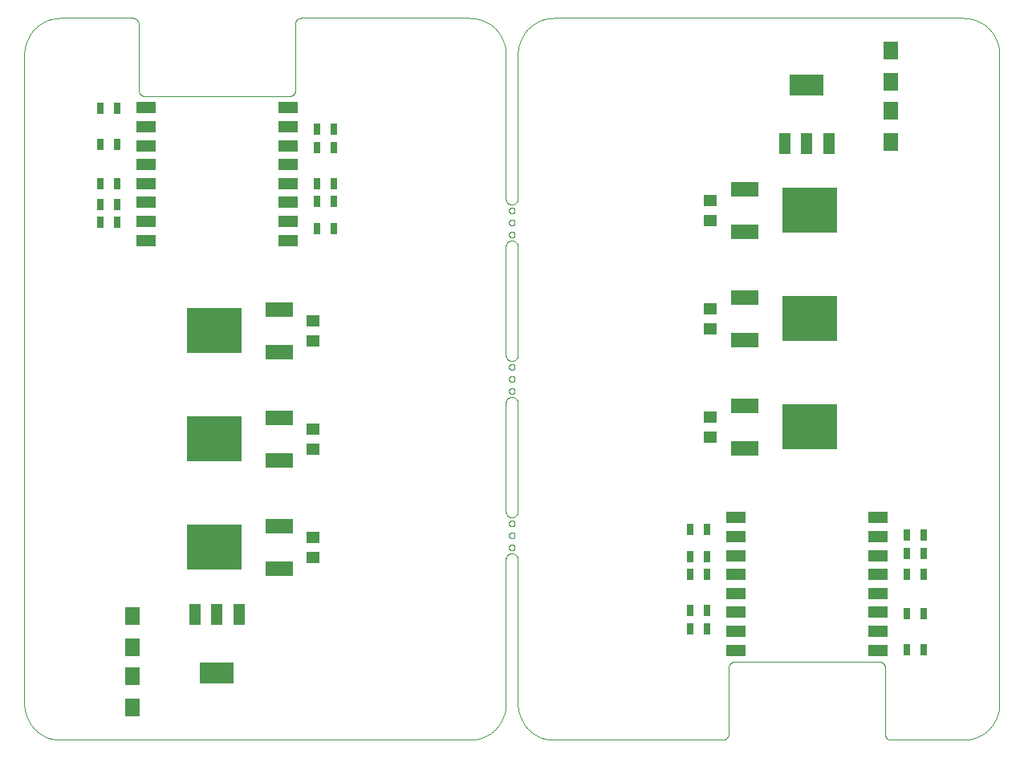
<source format=gtp>
G75*
%MOIN*%
%OFA0B0*%
%FSLAX25Y25*%
%IPPOS*%
%LPD*%
%AMOC8*
5,1,8,0,0,1.08239X$1,22.5*
%
%ADD10C,0.00000*%
%ADD11R,0.06299X0.07480*%
%ADD12R,0.04800X0.08800*%
%ADD13R,0.14173X0.08661*%
%ADD14R,0.11811X0.06299*%
%ADD15R,0.22500X0.19000*%
%ADD16R,0.03150X0.04724*%
%ADD17R,0.05551X0.04843*%
%ADD18R,0.05512X0.04882*%
%ADD19R,0.07874X0.04724*%
D10*
X0021300Y0021600D02*
X0021300Y0291600D01*
X0021304Y0291962D01*
X0021318Y0292325D01*
X0021339Y0292687D01*
X0021370Y0293048D01*
X0021409Y0293408D01*
X0021457Y0293767D01*
X0021514Y0294125D01*
X0021579Y0294482D01*
X0021653Y0294837D01*
X0021736Y0295190D01*
X0021827Y0295541D01*
X0021926Y0295889D01*
X0022034Y0296235D01*
X0022150Y0296579D01*
X0022275Y0296919D01*
X0022407Y0297256D01*
X0022548Y0297590D01*
X0022697Y0297921D01*
X0022854Y0298248D01*
X0023018Y0298571D01*
X0023190Y0298890D01*
X0023370Y0299204D01*
X0023558Y0299515D01*
X0023753Y0299820D01*
X0023955Y0300121D01*
X0024165Y0300417D01*
X0024381Y0300707D01*
X0024605Y0300993D01*
X0024835Y0301273D01*
X0025072Y0301547D01*
X0025316Y0301815D01*
X0025566Y0302078D01*
X0025822Y0302334D01*
X0026085Y0302584D01*
X0026353Y0302828D01*
X0026627Y0303065D01*
X0026907Y0303295D01*
X0027193Y0303519D01*
X0027483Y0303735D01*
X0027779Y0303945D01*
X0028080Y0304147D01*
X0028385Y0304342D01*
X0028696Y0304530D01*
X0029010Y0304710D01*
X0029329Y0304882D01*
X0029652Y0305046D01*
X0029979Y0305203D01*
X0030310Y0305352D01*
X0030644Y0305493D01*
X0030981Y0305625D01*
X0031321Y0305750D01*
X0031665Y0305866D01*
X0032011Y0305974D01*
X0032359Y0306073D01*
X0032710Y0306164D01*
X0033063Y0306247D01*
X0033418Y0306321D01*
X0033775Y0306386D01*
X0034133Y0306443D01*
X0034492Y0306491D01*
X0034852Y0306530D01*
X0035213Y0306561D01*
X0035575Y0306582D01*
X0035938Y0306596D01*
X0036300Y0306600D01*
X0066300Y0306600D01*
X0066398Y0306598D01*
X0066496Y0306592D01*
X0066594Y0306583D01*
X0066691Y0306569D01*
X0066788Y0306552D01*
X0066884Y0306531D01*
X0066979Y0306506D01*
X0067073Y0306478D01*
X0067165Y0306445D01*
X0067257Y0306410D01*
X0067347Y0306370D01*
X0067435Y0306328D01*
X0067522Y0306281D01*
X0067606Y0306232D01*
X0067689Y0306179D01*
X0067769Y0306123D01*
X0067848Y0306063D01*
X0067924Y0306001D01*
X0067997Y0305936D01*
X0068068Y0305868D01*
X0068136Y0305797D01*
X0068201Y0305724D01*
X0068263Y0305648D01*
X0068323Y0305569D01*
X0068379Y0305489D01*
X0068432Y0305406D01*
X0068481Y0305322D01*
X0068528Y0305235D01*
X0068570Y0305147D01*
X0068610Y0305057D01*
X0068645Y0304965D01*
X0068678Y0304873D01*
X0068706Y0304779D01*
X0068731Y0304684D01*
X0068752Y0304588D01*
X0068769Y0304491D01*
X0068783Y0304394D01*
X0068792Y0304296D01*
X0068798Y0304198D01*
X0068800Y0304100D01*
X0068800Y0276600D01*
X0068802Y0276502D01*
X0068808Y0276404D01*
X0068817Y0276306D01*
X0068831Y0276209D01*
X0068848Y0276112D01*
X0068869Y0276016D01*
X0068894Y0275921D01*
X0068922Y0275827D01*
X0068955Y0275735D01*
X0068990Y0275643D01*
X0069030Y0275553D01*
X0069072Y0275465D01*
X0069119Y0275378D01*
X0069168Y0275294D01*
X0069221Y0275211D01*
X0069277Y0275131D01*
X0069337Y0275052D01*
X0069399Y0274976D01*
X0069464Y0274903D01*
X0069532Y0274832D01*
X0069603Y0274764D01*
X0069676Y0274699D01*
X0069752Y0274637D01*
X0069831Y0274577D01*
X0069911Y0274521D01*
X0069994Y0274468D01*
X0070078Y0274419D01*
X0070165Y0274372D01*
X0070253Y0274330D01*
X0070343Y0274290D01*
X0070435Y0274255D01*
X0070527Y0274222D01*
X0070621Y0274194D01*
X0070716Y0274169D01*
X0070812Y0274148D01*
X0070909Y0274131D01*
X0071006Y0274117D01*
X0071104Y0274108D01*
X0071202Y0274102D01*
X0071300Y0274100D01*
X0131300Y0274100D01*
X0131398Y0274102D01*
X0131496Y0274108D01*
X0131594Y0274117D01*
X0131691Y0274131D01*
X0131788Y0274148D01*
X0131884Y0274169D01*
X0131979Y0274194D01*
X0132073Y0274222D01*
X0132165Y0274255D01*
X0132257Y0274290D01*
X0132347Y0274330D01*
X0132435Y0274372D01*
X0132522Y0274419D01*
X0132606Y0274468D01*
X0132689Y0274521D01*
X0132769Y0274577D01*
X0132848Y0274637D01*
X0132924Y0274699D01*
X0132997Y0274764D01*
X0133068Y0274832D01*
X0133136Y0274903D01*
X0133201Y0274976D01*
X0133263Y0275052D01*
X0133323Y0275131D01*
X0133379Y0275211D01*
X0133432Y0275294D01*
X0133481Y0275378D01*
X0133528Y0275465D01*
X0133570Y0275553D01*
X0133610Y0275643D01*
X0133645Y0275735D01*
X0133678Y0275827D01*
X0133706Y0275921D01*
X0133731Y0276016D01*
X0133752Y0276112D01*
X0133769Y0276209D01*
X0133783Y0276306D01*
X0133792Y0276404D01*
X0133798Y0276502D01*
X0133800Y0276600D01*
X0133800Y0304100D01*
X0133802Y0304198D01*
X0133808Y0304296D01*
X0133817Y0304394D01*
X0133831Y0304491D01*
X0133848Y0304588D01*
X0133869Y0304684D01*
X0133894Y0304779D01*
X0133922Y0304873D01*
X0133955Y0304965D01*
X0133990Y0305057D01*
X0134030Y0305147D01*
X0134072Y0305235D01*
X0134119Y0305322D01*
X0134168Y0305406D01*
X0134221Y0305489D01*
X0134277Y0305569D01*
X0134337Y0305648D01*
X0134399Y0305724D01*
X0134464Y0305797D01*
X0134532Y0305868D01*
X0134603Y0305936D01*
X0134676Y0306001D01*
X0134752Y0306063D01*
X0134831Y0306123D01*
X0134911Y0306179D01*
X0134994Y0306232D01*
X0135078Y0306281D01*
X0135165Y0306328D01*
X0135253Y0306370D01*
X0135343Y0306410D01*
X0135435Y0306445D01*
X0135527Y0306478D01*
X0135621Y0306506D01*
X0135716Y0306531D01*
X0135812Y0306552D01*
X0135909Y0306569D01*
X0136006Y0306583D01*
X0136104Y0306592D01*
X0136202Y0306598D01*
X0136300Y0306600D01*
X0206300Y0306600D01*
X0206662Y0306596D01*
X0207025Y0306582D01*
X0207387Y0306561D01*
X0207748Y0306530D01*
X0208108Y0306491D01*
X0208467Y0306443D01*
X0208825Y0306386D01*
X0209182Y0306321D01*
X0209537Y0306247D01*
X0209890Y0306164D01*
X0210241Y0306073D01*
X0210589Y0305974D01*
X0210935Y0305866D01*
X0211279Y0305750D01*
X0211619Y0305625D01*
X0211956Y0305493D01*
X0212290Y0305352D01*
X0212621Y0305203D01*
X0212948Y0305046D01*
X0213271Y0304882D01*
X0213590Y0304710D01*
X0213904Y0304530D01*
X0214215Y0304342D01*
X0214520Y0304147D01*
X0214821Y0303945D01*
X0215117Y0303735D01*
X0215407Y0303519D01*
X0215693Y0303295D01*
X0215973Y0303065D01*
X0216247Y0302828D01*
X0216515Y0302584D01*
X0216778Y0302334D01*
X0217034Y0302078D01*
X0217284Y0301815D01*
X0217528Y0301547D01*
X0217765Y0301273D01*
X0217995Y0300993D01*
X0218219Y0300707D01*
X0218435Y0300417D01*
X0218645Y0300121D01*
X0218847Y0299820D01*
X0219042Y0299515D01*
X0219230Y0299204D01*
X0219410Y0298890D01*
X0219582Y0298571D01*
X0219746Y0298248D01*
X0219903Y0297921D01*
X0220052Y0297590D01*
X0220193Y0297256D01*
X0220325Y0296919D01*
X0220450Y0296579D01*
X0220566Y0296235D01*
X0220674Y0295889D01*
X0220773Y0295541D01*
X0220864Y0295190D01*
X0220947Y0294837D01*
X0221021Y0294482D01*
X0221086Y0294125D01*
X0221143Y0293767D01*
X0221191Y0293408D01*
X0221230Y0293048D01*
X0221261Y0292687D01*
X0221282Y0292325D01*
X0221296Y0291962D01*
X0221300Y0291600D01*
X0221300Y0231600D01*
X0221302Y0231502D01*
X0221308Y0231404D01*
X0221317Y0231306D01*
X0221331Y0231209D01*
X0221348Y0231112D01*
X0221369Y0231016D01*
X0221394Y0230921D01*
X0221422Y0230827D01*
X0221455Y0230735D01*
X0221490Y0230643D01*
X0221530Y0230553D01*
X0221572Y0230465D01*
X0221619Y0230378D01*
X0221668Y0230294D01*
X0221721Y0230211D01*
X0221777Y0230131D01*
X0221837Y0230052D01*
X0221899Y0229976D01*
X0221964Y0229903D01*
X0222032Y0229832D01*
X0222103Y0229764D01*
X0222176Y0229699D01*
X0222252Y0229637D01*
X0222331Y0229577D01*
X0222411Y0229521D01*
X0222494Y0229468D01*
X0222578Y0229419D01*
X0222665Y0229372D01*
X0222753Y0229330D01*
X0222843Y0229290D01*
X0222935Y0229255D01*
X0223027Y0229222D01*
X0223121Y0229194D01*
X0223216Y0229169D01*
X0223312Y0229148D01*
X0223409Y0229131D01*
X0223506Y0229117D01*
X0223604Y0229108D01*
X0223702Y0229102D01*
X0223800Y0229100D01*
X0223898Y0229102D01*
X0223996Y0229108D01*
X0224094Y0229117D01*
X0224191Y0229131D01*
X0224288Y0229148D01*
X0224384Y0229169D01*
X0224479Y0229194D01*
X0224573Y0229222D01*
X0224665Y0229255D01*
X0224757Y0229290D01*
X0224847Y0229330D01*
X0224935Y0229372D01*
X0225022Y0229419D01*
X0225106Y0229468D01*
X0225189Y0229521D01*
X0225269Y0229577D01*
X0225348Y0229637D01*
X0225424Y0229699D01*
X0225497Y0229764D01*
X0225568Y0229832D01*
X0225636Y0229903D01*
X0225701Y0229976D01*
X0225763Y0230052D01*
X0225823Y0230131D01*
X0225879Y0230211D01*
X0225932Y0230294D01*
X0225981Y0230378D01*
X0226028Y0230465D01*
X0226070Y0230553D01*
X0226110Y0230643D01*
X0226145Y0230735D01*
X0226178Y0230827D01*
X0226206Y0230921D01*
X0226231Y0231016D01*
X0226252Y0231112D01*
X0226269Y0231209D01*
X0226283Y0231306D01*
X0226292Y0231404D01*
X0226298Y0231502D01*
X0226300Y0231600D01*
X0226300Y0291600D01*
X0226304Y0291962D01*
X0226318Y0292325D01*
X0226339Y0292687D01*
X0226370Y0293048D01*
X0226409Y0293408D01*
X0226457Y0293767D01*
X0226514Y0294125D01*
X0226579Y0294482D01*
X0226653Y0294837D01*
X0226736Y0295190D01*
X0226827Y0295541D01*
X0226926Y0295889D01*
X0227034Y0296235D01*
X0227150Y0296579D01*
X0227275Y0296919D01*
X0227407Y0297256D01*
X0227548Y0297590D01*
X0227697Y0297921D01*
X0227854Y0298248D01*
X0228018Y0298571D01*
X0228190Y0298890D01*
X0228370Y0299204D01*
X0228558Y0299515D01*
X0228753Y0299820D01*
X0228955Y0300121D01*
X0229165Y0300417D01*
X0229381Y0300707D01*
X0229605Y0300993D01*
X0229835Y0301273D01*
X0230072Y0301547D01*
X0230316Y0301815D01*
X0230566Y0302078D01*
X0230822Y0302334D01*
X0231085Y0302584D01*
X0231353Y0302828D01*
X0231627Y0303065D01*
X0231907Y0303295D01*
X0232193Y0303519D01*
X0232483Y0303735D01*
X0232779Y0303945D01*
X0233080Y0304147D01*
X0233385Y0304342D01*
X0233696Y0304530D01*
X0234010Y0304710D01*
X0234329Y0304882D01*
X0234652Y0305046D01*
X0234979Y0305203D01*
X0235310Y0305352D01*
X0235644Y0305493D01*
X0235981Y0305625D01*
X0236321Y0305750D01*
X0236665Y0305866D01*
X0237011Y0305974D01*
X0237359Y0306073D01*
X0237710Y0306164D01*
X0238063Y0306247D01*
X0238418Y0306321D01*
X0238775Y0306386D01*
X0239133Y0306443D01*
X0239492Y0306491D01*
X0239852Y0306530D01*
X0240213Y0306561D01*
X0240575Y0306582D01*
X0240938Y0306596D01*
X0241300Y0306600D01*
X0411300Y0306600D01*
X0411662Y0306596D01*
X0412025Y0306582D01*
X0412387Y0306561D01*
X0412748Y0306530D01*
X0413108Y0306491D01*
X0413467Y0306443D01*
X0413825Y0306386D01*
X0414182Y0306321D01*
X0414537Y0306247D01*
X0414890Y0306164D01*
X0415241Y0306073D01*
X0415589Y0305974D01*
X0415935Y0305866D01*
X0416279Y0305750D01*
X0416619Y0305625D01*
X0416956Y0305493D01*
X0417290Y0305352D01*
X0417621Y0305203D01*
X0417948Y0305046D01*
X0418271Y0304882D01*
X0418590Y0304710D01*
X0418904Y0304530D01*
X0419215Y0304342D01*
X0419520Y0304147D01*
X0419821Y0303945D01*
X0420117Y0303735D01*
X0420407Y0303519D01*
X0420693Y0303295D01*
X0420973Y0303065D01*
X0421247Y0302828D01*
X0421515Y0302584D01*
X0421778Y0302334D01*
X0422034Y0302078D01*
X0422284Y0301815D01*
X0422528Y0301547D01*
X0422765Y0301273D01*
X0422995Y0300993D01*
X0423219Y0300707D01*
X0423435Y0300417D01*
X0423645Y0300121D01*
X0423847Y0299820D01*
X0424042Y0299515D01*
X0424230Y0299204D01*
X0424410Y0298890D01*
X0424582Y0298571D01*
X0424746Y0298248D01*
X0424903Y0297921D01*
X0425052Y0297590D01*
X0425193Y0297256D01*
X0425325Y0296919D01*
X0425450Y0296579D01*
X0425566Y0296235D01*
X0425674Y0295889D01*
X0425773Y0295541D01*
X0425864Y0295190D01*
X0425947Y0294837D01*
X0426021Y0294482D01*
X0426086Y0294125D01*
X0426143Y0293767D01*
X0426191Y0293408D01*
X0426230Y0293048D01*
X0426261Y0292687D01*
X0426282Y0292325D01*
X0426296Y0291962D01*
X0426300Y0291600D01*
X0426300Y0021600D01*
X0426296Y0021238D01*
X0426282Y0020875D01*
X0426261Y0020513D01*
X0426230Y0020152D01*
X0426191Y0019792D01*
X0426143Y0019433D01*
X0426086Y0019075D01*
X0426021Y0018718D01*
X0425947Y0018363D01*
X0425864Y0018010D01*
X0425773Y0017659D01*
X0425674Y0017311D01*
X0425566Y0016965D01*
X0425450Y0016621D01*
X0425325Y0016281D01*
X0425193Y0015944D01*
X0425052Y0015610D01*
X0424903Y0015279D01*
X0424746Y0014952D01*
X0424582Y0014629D01*
X0424410Y0014310D01*
X0424230Y0013996D01*
X0424042Y0013685D01*
X0423847Y0013380D01*
X0423645Y0013079D01*
X0423435Y0012783D01*
X0423219Y0012493D01*
X0422995Y0012207D01*
X0422765Y0011927D01*
X0422528Y0011653D01*
X0422284Y0011385D01*
X0422034Y0011122D01*
X0421778Y0010866D01*
X0421515Y0010616D01*
X0421247Y0010372D01*
X0420973Y0010135D01*
X0420693Y0009905D01*
X0420407Y0009681D01*
X0420117Y0009465D01*
X0419821Y0009255D01*
X0419520Y0009053D01*
X0419215Y0008858D01*
X0418904Y0008670D01*
X0418590Y0008490D01*
X0418271Y0008318D01*
X0417948Y0008154D01*
X0417621Y0007997D01*
X0417290Y0007848D01*
X0416956Y0007707D01*
X0416619Y0007575D01*
X0416279Y0007450D01*
X0415935Y0007334D01*
X0415589Y0007226D01*
X0415241Y0007127D01*
X0414890Y0007036D01*
X0414537Y0006953D01*
X0414182Y0006879D01*
X0413825Y0006814D01*
X0413467Y0006757D01*
X0413108Y0006709D01*
X0412748Y0006670D01*
X0412387Y0006639D01*
X0412025Y0006618D01*
X0411662Y0006604D01*
X0411300Y0006600D01*
X0381300Y0006600D01*
X0381202Y0006602D01*
X0381104Y0006608D01*
X0381006Y0006617D01*
X0380909Y0006631D01*
X0380812Y0006648D01*
X0380716Y0006669D01*
X0380621Y0006694D01*
X0380527Y0006722D01*
X0380435Y0006755D01*
X0380343Y0006790D01*
X0380253Y0006830D01*
X0380165Y0006872D01*
X0380078Y0006919D01*
X0379994Y0006968D01*
X0379911Y0007021D01*
X0379831Y0007077D01*
X0379752Y0007137D01*
X0379676Y0007199D01*
X0379603Y0007264D01*
X0379532Y0007332D01*
X0379464Y0007403D01*
X0379399Y0007476D01*
X0379337Y0007552D01*
X0379277Y0007631D01*
X0379221Y0007711D01*
X0379168Y0007794D01*
X0379119Y0007878D01*
X0379072Y0007965D01*
X0379030Y0008053D01*
X0378990Y0008143D01*
X0378955Y0008235D01*
X0378922Y0008327D01*
X0378894Y0008421D01*
X0378869Y0008516D01*
X0378848Y0008612D01*
X0378831Y0008709D01*
X0378817Y0008806D01*
X0378808Y0008904D01*
X0378802Y0009002D01*
X0378800Y0009100D01*
X0378800Y0036600D01*
X0378798Y0036698D01*
X0378792Y0036796D01*
X0378783Y0036894D01*
X0378769Y0036991D01*
X0378752Y0037088D01*
X0378731Y0037184D01*
X0378706Y0037279D01*
X0378678Y0037373D01*
X0378645Y0037465D01*
X0378610Y0037557D01*
X0378570Y0037647D01*
X0378528Y0037735D01*
X0378481Y0037822D01*
X0378432Y0037906D01*
X0378379Y0037989D01*
X0378323Y0038069D01*
X0378263Y0038148D01*
X0378201Y0038224D01*
X0378136Y0038297D01*
X0378068Y0038368D01*
X0377997Y0038436D01*
X0377924Y0038501D01*
X0377848Y0038563D01*
X0377769Y0038623D01*
X0377689Y0038679D01*
X0377606Y0038732D01*
X0377522Y0038781D01*
X0377435Y0038828D01*
X0377347Y0038870D01*
X0377257Y0038910D01*
X0377165Y0038945D01*
X0377073Y0038978D01*
X0376979Y0039006D01*
X0376884Y0039031D01*
X0376788Y0039052D01*
X0376691Y0039069D01*
X0376594Y0039083D01*
X0376496Y0039092D01*
X0376398Y0039098D01*
X0376300Y0039100D01*
X0316300Y0039100D01*
X0316202Y0039098D01*
X0316104Y0039092D01*
X0316006Y0039083D01*
X0315909Y0039069D01*
X0315812Y0039052D01*
X0315716Y0039031D01*
X0315621Y0039006D01*
X0315527Y0038978D01*
X0315435Y0038945D01*
X0315343Y0038910D01*
X0315253Y0038870D01*
X0315165Y0038828D01*
X0315078Y0038781D01*
X0314994Y0038732D01*
X0314911Y0038679D01*
X0314831Y0038623D01*
X0314752Y0038563D01*
X0314676Y0038501D01*
X0314603Y0038436D01*
X0314532Y0038368D01*
X0314464Y0038297D01*
X0314399Y0038224D01*
X0314337Y0038148D01*
X0314277Y0038069D01*
X0314221Y0037989D01*
X0314168Y0037906D01*
X0314119Y0037822D01*
X0314072Y0037735D01*
X0314030Y0037647D01*
X0313990Y0037557D01*
X0313955Y0037465D01*
X0313922Y0037373D01*
X0313894Y0037279D01*
X0313869Y0037184D01*
X0313848Y0037088D01*
X0313831Y0036991D01*
X0313817Y0036894D01*
X0313808Y0036796D01*
X0313802Y0036698D01*
X0313800Y0036600D01*
X0313800Y0009100D01*
X0313798Y0009002D01*
X0313792Y0008904D01*
X0313783Y0008806D01*
X0313769Y0008709D01*
X0313752Y0008612D01*
X0313731Y0008516D01*
X0313706Y0008421D01*
X0313678Y0008327D01*
X0313645Y0008235D01*
X0313610Y0008143D01*
X0313570Y0008053D01*
X0313528Y0007965D01*
X0313481Y0007878D01*
X0313432Y0007794D01*
X0313379Y0007711D01*
X0313323Y0007631D01*
X0313263Y0007552D01*
X0313201Y0007476D01*
X0313136Y0007403D01*
X0313068Y0007332D01*
X0312997Y0007264D01*
X0312924Y0007199D01*
X0312848Y0007137D01*
X0312769Y0007077D01*
X0312689Y0007021D01*
X0312606Y0006968D01*
X0312522Y0006919D01*
X0312435Y0006872D01*
X0312347Y0006830D01*
X0312257Y0006790D01*
X0312165Y0006755D01*
X0312073Y0006722D01*
X0311979Y0006694D01*
X0311884Y0006669D01*
X0311788Y0006648D01*
X0311691Y0006631D01*
X0311594Y0006617D01*
X0311496Y0006608D01*
X0311398Y0006602D01*
X0311300Y0006600D01*
X0241300Y0006600D01*
X0240938Y0006604D01*
X0240575Y0006618D01*
X0240213Y0006639D01*
X0239852Y0006670D01*
X0239492Y0006709D01*
X0239133Y0006757D01*
X0238775Y0006814D01*
X0238418Y0006879D01*
X0238063Y0006953D01*
X0237710Y0007036D01*
X0237359Y0007127D01*
X0237011Y0007226D01*
X0236665Y0007334D01*
X0236321Y0007450D01*
X0235981Y0007575D01*
X0235644Y0007707D01*
X0235310Y0007848D01*
X0234979Y0007997D01*
X0234652Y0008154D01*
X0234329Y0008318D01*
X0234010Y0008490D01*
X0233696Y0008670D01*
X0233385Y0008858D01*
X0233080Y0009053D01*
X0232779Y0009255D01*
X0232483Y0009465D01*
X0232193Y0009681D01*
X0231907Y0009905D01*
X0231627Y0010135D01*
X0231353Y0010372D01*
X0231085Y0010616D01*
X0230822Y0010866D01*
X0230566Y0011122D01*
X0230316Y0011385D01*
X0230072Y0011653D01*
X0229835Y0011927D01*
X0229605Y0012207D01*
X0229381Y0012493D01*
X0229165Y0012783D01*
X0228955Y0013079D01*
X0228753Y0013380D01*
X0228558Y0013685D01*
X0228370Y0013996D01*
X0228190Y0014310D01*
X0228018Y0014629D01*
X0227854Y0014952D01*
X0227697Y0015279D01*
X0227548Y0015610D01*
X0227407Y0015944D01*
X0227275Y0016281D01*
X0227150Y0016621D01*
X0227034Y0016965D01*
X0226926Y0017311D01*
X0226827Y0017659D01*
X0226736Y0018010D01*
X0226653Y0018363D01*
X0226579Y0018718D01*
X0226514Y0019075D01*
X0226457Y0019433D01*
X0226409Y0019792D01*
X0226370Y0020152D01*
X0226339Y0020513D01*
X0226318Y0020875D01*
X0226304Y0021238D01*
X0226300Y0021600D01*
X0226300Y0081600D01*
X0226298Y0081698D01*
X0226292Y0081796D01*
X0226283Y0081894D01*
X0226269Y0081991D01*
X0226252Y0082088D01*
X0226231Y0082184D01*
X0226206Y0082279D01*
X0226178Y0082373D01*
X0226145Y0082465D01*
X0226110Y0082557D01*
X0226070Y0082647D01*
X0226028Y0082735D01*
X0225981Y0082822D01*
X0225932Y0082906D01*
X0225879Y0082989D01*
X0225823Y0083069D01*
X0225763Y0083148D01*
X0225701Y0083224D01*
X0225636Y0083297D01*
X0225568Y0083368D01*
X0225497Y0083436D01*
X0225424Y0083501D01*
X0225348Y0083563D01*
X0225269Y0083623D01*
X0225189Y0083679D01*
X0225106Y0083732D01*
X0225022Y0083781D01*
X0224935Y0083828D01*
X0224847Y0083870D01*
X0224757Y0083910D01*
X0224665Y0083945D01*
X0224573Y0083978D01*
X0224479Y0084006D01*
X0224384Y0084031D01*
X0224288Y0084052D01*
X0224191Y0084069D01*
X0224094Y0084083D01*
X0223996Y0084092D01*
X0223898Y0084098D01*
X0223800Y0084100D01*
X0223702Y0084098D01*
X0223604Y0084092D01*
X0223506Y0084083D01*
X0223409Y0084069D01*
X0223312Y0084052D01*
X0223216Y0084031D01*
X0223121Y0084006D01*
X0223027Y0083978D01*
X0222935Y0083945D01*
X0222843Y0083910D01*
X0222753Y0083870D01*
X0222665Y0083828D01*
X0222578Y0083781D01*
X0222494Y0083732D01*
X0222411Y0083679D01*
X0222331Y0083623D01*
X0222252Y0083563D01*
X0222176Y0083501D01*
X0222103Y0083436D01*
X0222032Y0083368D01*
X0221964Y0083297D01*
X0221899Y0083224D01*
X0221837Y0083148D01*
X0221777Y0083069D01*
X0221721Y0082989D01*
X0221668Y0082906D01*
X0221619Y0082822D01*
X0221572Y0082735D01*
X0221530Y0082647D01*
X0221490Y0082557D01*
X0221455Y0082465D01*
X0221422Y0082373D01*
X0221394Y0082279D01*
X0221369Y0082184D01*
X0221348Y0082088D01*
X0221331Y0081991D01*
X0221317Y0081894D01*
X0221308Y0081796D01*
X0221302Y0081698D01*
X0221300Y0081600D01*
X0221300Y0021600D01*
X0221296Y0021238D01*
X0221282Y0020875D01*
X0221261Y0020513D01*
X0221230Y0020152D01*
X0221191Y0019792D01*
X0221143Y0019433D01*
X0221086Y0019075D01*
X0221021Y0018718D01*
X0220947Y0018363D01*
X0220864Y0018010D01*
X0220773Y0017659D01*
X0220674Y0017311D01*
X0220566Y0016965D01*
X0220450Y0016621D01*
X0220325Y0016281D01*
X0220193Y0015944D01*
X0220052Y0015610D01*
X0219903Y0015279D01*
X0219746Y0014952D01*
X0219582Y0014629D01*
X0219410Y0014310D01*
X0219230Y0013996D01*
X0219042Y0013685D01*
X0218847Y0013380D01*
X0218645Y0013079D01*
X0218435Y0012783D01*
X0218219Y0012493D01*
X0217995Y0012207D01*
X0217765Y0011927D01*
X0217528Y0011653D01*
X0217284Y0011385D01*
X0217034Y0011122D01*
X0216778Y0010866D01*
X0216515Y0010616D01*
X0216247Y0010372D01*
X0215973Y0010135D01*
X0215693Y0009905D01*
X0215407Y0009681D01*
X0215117Y0009465D01*
X0214821Y0009255D01*
X0214520Y0009053D01*
X0214215Y0008858D01*
X0213904Y0008670D01*
X0213590Y0008490D01*
X0213271Y0008318D01*
X0212948Y0008154D01*
X0212621Y0007997D01*
X0212290Y0007848D01*
X0211956Y0007707D01*
X0211619Y0007575D01*
X0211279Y0007450D01*
X0210935Y0007334D01*
X0210589Y0007226D01*
X0210241Y0007127D01*
X0209890Y0007036D01*
X0209537Y0006953D01*
X0209182Y0006879D01*
X0208825Y0006814D01*
X0208467Y0006757D01*
X0208108Y0006709D01*
X0207748Y0006670D01*
X0207387Y0006639D01*
X0207025Y0006618D01*
X0206662Y0006604D01*
X0206300Y0006600D01*
X0036300Y0006600D01*
X0035938Y0006604D01*
X0035575Y0006618D01*
X0035213Y0006639D01*
X0034852Y0006670D01*
X0034492Y0006709D01*
X0034133Y0006757D01*
X0033775Y0006814D01*
X0033418Y0006879D01*
X0033063Y0006953D01*
X0032710Y0007036D01*
X0032359Y0007127D01*
X0032011Y0007226D01*
X0031665Y0007334D01*
X0031321Y0007450D01*
X0030981Y0007575D01*
X0030644Y0007707D01*
X0030310Y0007848D01*
X0029979Y0007997D01*
X0029652Y0008154D01*
X0029329Y0008318D01*
X0029010Y0008490D01*
X0028696Y0008670D01*
X0028385Y0008858D01*
X0028080Y0009053D01*
X0027779Y0009255D01*
X0027483Y0009465D01*
X0027193Y0009681D01*
X0026907Y0009905D01*
X0026627Y0010135D01*
X0026353Y0010372D01*
X0026085Y0010616D01*
X0025822Y0010866D01*
X0025566Y0011122D01*
X0025316Y0011385D01*
X0025072Y0011653D01*
X0024835Y0011927D01*
X0024605Y0012207D01*
X0024381Y0012493D01*
X0024165Y0012783D01*
X0023955Y0013079D01*
X0023753Y0013380D01*
X0023558Y0013685D01*
X0023370Y0013996D01*
X0023190Y0014310D01*
X0023018Y0014629D01*
X0022854Y0014952D01*
X0022697Y0015279D01*
X0022548Y0015610D01*
X0022407Y0015944D01*
X0022275Y0016281D01*
X0022150Y0016621D01*
X0022034Y0016965D01*
X0021926Y0017311D01*
X0021827Y0017659D01*
X0021736Y0018010D01*
X0021653Y0018363D01*
X0021579Y0018718D01*
X0021514Y0019075D01*
X0021457Y0019433D01*
X0021409Y0019792D01*
X0021370Y0020152D01*
X0021339Y0020513D01*
X0021318Y0020875D01*
X0021304Y0021238D01*
X0021300Y0021600D01*
X0221300Y0101600D02*
X0221300Y0146600D01*
X0221302Y0146698D01*
X0221308Y0146796D01*
X0221317Y0146894D01*
X0221331Y0146991D01*
X0221348Y0147088D01*
X0221369Y0147184D01*
X0221394Y0147279D01*
X0221422Y0147373D01*
X0221455Y0147465D01*
X0221490Y0147557D01*
X0221530Y0147647D01*
X0221572Y0147735D01*
X0221619Y0147822D01*
X0221668Y0147906D01*
X0221721Y0147989D01*
X0221777Y0148069D01*
X0221837Y0148148D01*
X0221899Y0148224D01*
X0221964Y0148297D01*
X0222032Y0148368D01*
X0222103Y0148436D01*
X0222176Y0148501D01*
X0222252Y0148563D01*
X0222331Y0148623D01*
X0222411Y0148679D01*
X0222494Y0148732D01*
X0222578Y0148781D01*
X0222665Y0148828D01*
X0222753Y0148870D01*
X0222843Y0148910D01*
X0222935Y0148945D01*
X0223027Y0148978D01*
X0223121Y0149006D01*
X0223216Y0149031D01*
X0223312Y0149052D01*
X0223409Y0149069D01*
X0223506Y0149083D01*
X0223604Y0149092D01*
X0223702Y0149098D01*
X0223800Y0149100D01*
X0223898Y0149098D01*
X0223996Y0149092D01*
X0224094Y0149083D01*
X0224191Y0149069D01*
X0224288Y0149052D01*
X0224384Y0149031D01*
X0224479Y0149006D01*
X0224573Y0148978D01*
X0224665Y0148945D01*
X0224757Y0148910D01*
X0224847Y0148870D01*
X0224935Y0148828D01*
X0225022Y0148781D01*
X0225106Y0148732D01*
X0225189Y0148679D01*
X0225269Y0148623D01*
X0225348Y0148563D01*
X0225424Y0148501D01*
X0225497Y0148436D01*
X0225568Y0148368D01*
X0225636Y0148297D01*
X0225701Y0148224D01*
X0225763Y0148148D01*
X0225823Y0148069D01*
X0225879Y0147989D01*
X0225932Y0147906D01*
X0225981Y0147822D01*
X0226028Y0147735D01*
X0226070Y0147647D01*
X0226110Y0147557D01*
X0226145Y0147465D01*
X0226178Y0147373D01*
X0226206Y0147279D01*
X0226231Y0147184D01*
X0226252Y0147088D01*
X0226269Y0146991D01*
X0226283Y0146894D01*
X0226292Y0146796D01*
X0226298Y0146698D01*
X0226300Y0146600D01*
X0226300Y0101600D01*
X0226298Y0101502D01*
X0226292Y0101404D01*
X0226283Y0101306D01*
X0226269Y0101209D01*
X0226252Y0101112D01*
X0226231Y0101016D01*
X0226206Y0100921D01*
X0226178Y0100827D01*
X0226145Y0100735D01*
X0226110Y0100643D01*
X0226070Y0100553D01*
X0226028Y0100465D01*
X0225981Y0100378D01*
X0225932Y0100294D01*
X0225879Y0100211D01*
X0225823Y0100131D01*
X0225763Y0100052D01*
X0225701Y0099976D01*
X0225636Y0099903D01*
X0225568Y0099832D01*
X0225497Y0099764D01*
X0225424Y0099699D01*
X0225348Y0099637D01*
X0225269Y0099577D01*
X0225189Y0099521D01*
X0225106Y0099468D01*
X0225022Y0099419D01*
X0224935Y0099372D01*
X0224847Y0099330D01*
X0224757Y0099290D01*
X0224665Y0099255D01*
X0224573Y0099222D01*
X0224479Y0099194D01*
X0224384Y0099169D01*
X0224288Y0099148D01*
X0224191Y0099131D01*
X0224094Y0099117D01*
X0223996Y0099108D01*
X0223898Y0099102D01*
X0223800Y0099100D01*
X0223702Y0099102D01*
X0223604Y0099108D01*
X0223506Y0099117D01*
X0223409Y0099131D01*
X0223312Y0099148D01*
X0223216Y0099169D01*
X0223121Y0099194D01*
X0223027Y0099222D01*
X0222935Y0099255D01*
X0222843Y0099290D01*
X0222753Y0099330D01*
X0222665Y0099372D01*
X0222578Y0099419D01*
X0222494Y0099468D01*
X0222411Y0099521D01*
X0222331Y0099577D01*
X0222252Y0099637D01*
X0222176Y0099699D01*
X0222103Y0099764D01*
X0222032Y0099832D01*
X0221964Y0099903D01*
X0221899Y0099976D01*
X0221837Y0100052D01*
X0221777Y0100131D01*
X0221721Y0100211D01*
X0221668Y0100294D01*
X0221619Y0100378D01*
X0221572Y0100465D01*
X0221530Y0100553D01*
X0221490Y0100643D01*
X0221455Y0100735D01*
X0221422Y0100827D01*
X0221394Y0100921D01*
X0221369Y0101016D01*
X0221348Y0101112D01*
X0221331Y0101209D01*
X0221317Y0101306D01*
X0221308Y0101404D01*
X0221302Y0101502D01*
X0221300Y0101600D01*
X0222619Y0096600D02*
X0222621Y0096669D01*
X0222627Y0096737D01*
X0222637Y0096805D01*
X0222651Y0096872D01*
X0222669Y0096939D01*
X0222690Y0097004D01*
X0222716Y0097068D01*
X0222745Y0097130D01*
X0222777Y0097190D01*
X0222813Y0097249D01*
X0222853Y0097305D01*
X0222895Y0097359D01*
X0222941Y0097410D01*
X0222990Y0097459D01*
X0223041Y0097505D01*
X0223095Y0097547D01*
X0223151Y0097587D01*
X0223209Y0097623D01*
X0223270Y0097655D01*
X0223332Y0097684D01*
X0223396Y0097710D01*
X0223461Y0097731D01*
X0223528Y0097749D01*
X0223595Y0097763D01*
X0223663Y0097773D01*
X0223731Y0097779D01*
X0223800Y0097781D01*
X0223869Y0097779D01*
X0223937Y0097773D01*
X0224005Y0097763D01*
X0224072Y0097749D01*
X0224139Y0097731D01*
X0224204Y0097710D01*
X0224268Y0097684D01*
X0224330Y0097655D01*
X0224390Y0097623D01*
X0224449Y0097587D01*
X0224505Y0097547D01*
X0224559Y0097505D01*
X0224610Y0097459D01*
X0224659Y0097410D01*
X0224705Y0097359D01*
X0224747Y0097305D01*
X0224787Y0097249D01*
X0224823Y0097190D01*
X0224855Y0097130D01*
X0224884Y0097068D01*
X0224910Y0097004D01*
X0224931Y0096939D01*
X0224949Y0096872D01*
X0224963Y0096805D01*
X0224973Y0096737D01*
X0224979Y0096669D01*
X0224981Y0096600D01*
X0224979Y0096531D01*
X0224973Y0096463D01*
X0224963Y0096395D01*
X0224949Y0096328D01*
X0224931Y0096261D01*
X0224910Y0096196D01*
X0224884Y0096132D01*
X0224855Y0096070D01*
X0224823Y0096009D01*
X0224787Y0095951D01*
X0224747Y0095895D01*
X0224705Y0095841D01*
X0224659Y0095790D01*
X0224610Y0095741D01*
X0224559Y0095695D01*
X0224505Y0095653D01*
X0224449Y0095613D01*
X0224391Y0095577D01*
X0224330Y0095545D01*
X0224268Y0095516D01*
X0224204Y0095490D01*
X0224139Y0095469D01*
X0224072Y0095451D01*
X0224005Y0095437D01*
X0223937Y0095427D01*
X0223869Y0095421D01*
X0223800Y0095419D01*
X0223731Y0095421D01*
X0223663Y0095427D01*
X0223595Y0095437D01*
X0223528Y0095451D01*
X0223461Y0095469D01*
X0223396Y0095490D01*
X0223332Y0095516D01*
X0223270Y0095545D01*
X0223209Y0095577D01*
X0223151Y0095613D01*
X0223095Y0095653D01*
X0223041Y0095695D01*
X0222990Y0095741D01*
X0222941Y0095790D01*
X0222895Y0095841D01*
X0222853Y0095895D01*
X0222813Y0095951D01*
X0222777Y0096009D01*
X0222745Y0096070D01*
X0222716Y0096132D01*
X0222690Y0096196D01*
X0222669Y0096261D01*
X0222651Y0096328D01*
X0222637Y0096395D01*
X0222627Y0096463D01*
X0222621Y0096531D01*
X0222619Y0096600D01*
X0222619Y0091600D02*
X0222621Y0091669D01*
X0222627Y0091737D01*
X0222637Y0091805D01*
X0222651Y0091872D01*
X0222669Y0091939D01*
X0222690Y0092004D01*
X0222716Y0092068D01*
X0222745Y0092130D01*
X0222777Y0092190D01*
X0222813Y0092249D01*
X0222853Y0092305D01*
X0222895Y0092359D01*
X0222941Y0092410D01*
X0222990Y0092459D01*
X0223041Y0092505D01*
X0223095Y0092547D01*
X0223151Y0092587D01*
X0223209Y0092623D01*
X0223270Y0092655D01*
X0223332Y0092684D01*
X0223396Y0092710D01*
X0223461Y0092731D01*
X0223528Y0092749D01*
X0223595Y0092763D01*
X0223663Y0092773D01*
X0223731Y0092779D01*
X0223800Y0092781D01*
X0223869Y0092779D01*
X0223937Y0092773D01*
X0224005Y0092763D01*
X0224072Y0092749D01*
X0224139Y0092731D01*
X0224204Y0092710D01*
X0224268Y0092684D01*
X0224330Y0092655D01*
X0224390Y0092623D01*
X0224449Y0092587D01*
X0224505Y0092547D01*
X0224559Y0092505D01*
X0224610Y0092459D01*
X0224659Y0092410D01*
X0224705Y0092359D01*
X0224747Y0092305D01*
X0224787Y0092249D01*
X0224823Y0092190D01*
X0224855Y0092130D01*
X0224884Y0092068D01*
X0224910Y0092004D01*
X0224931Y0091939D01*
X0224949Y0091872D01*
X0224963Y0091805D01*
X0224973Y0091737D01*
X0224979Y0091669D01*
X0224981Y0091600D01*
X0224979Y0091531D01*
X0224973Y0091463D01*
X0224963Y0091395D01*
X0224949Y0091328D01*
X0224931Y0091261D01*
X0224910Y0091196D01*
X0224884Y0091132D01*
X0224855Y0091070D01*
X0224823Y0091009D01*
X0224787Y0090951D01*
X0224747Y0090895D01*
X0224705Y0090841D01*
X0224659Y0090790D01*
X0224610Y0090741D01*
X0224559Y0090695D01*
X0224505Y0090653D01*
X0224449Y0090613D01*
X0224391Y0090577D01*
X0224330Y0090545D01*
X0224268Y0090516D01*
X0224204Y0090490D01*
X0224139Y0090469D01*
X0224072Y0090451D01*
X0224005Y0090437D01*
X0223937Y0090427D01*
X0223869Y0090421D01*
X0223800Y0090419D01*
X0223731Y0090421D01*
X0223663Y0090427D01*
X0223595Y0090437D01*
X0223528Y0090451D01*
X0223461Y0090469D01*
X0223396Y0090490D01*
X0223332Y0090516D01*
X0223270Y0090545D01*
X0223209Y0090577D01*
X0223151Y0090613D01*
X0223095Y0090653D01*
X0223041Y0090695D01*
X0222990Y0090741D01*
X0222941Y0090790D01*
X0222895Y0090841D01*
X0222853Y0090895D01*
X0222813Y0090951D01*
X0222777Y0091009D01*
X0222745Y0091070D01*
X0222716Y0091132D01*
X0222690Y0091196D01*
X0222669Y0091261D01*
X0222651Y0091328D01*
X0222637Y0091395D01*
X0222627Y0091463D01*
X0222621Y0091531D01*
X0222619Y0091600D01*
X0222619Y0086600D02*
X0222621Y0086669D01*
X0222627Y0086737D01*
X0222637Y0086805D01*
X0222651Y0086872D01*
X0222669Y0086939D01*
X0222690Y0087004D01*
X0222716Y0087068D01*
X0222745Y0087130D01*
X0222777Y0087190D01*
X0222813Y0087249D01*
X0222853Y0087305D01*
X0222895Y0087359D01*
X0222941Y0087410D01*
X0222990Y0087459D01*
X0223041Y0087505D01*
X0223095Y0087547D01*
X0223151Y0087587D01*
X0223209Y0087623D01*
X0223270Y0087655D01*
X0223332Y0087684D01*
X0223396Y0087710D01*
X0223461Y0087731D01*
X0223528Y0087749D01*
X0223595Y0087763D01*
X0223663Y0087773D01*
X0223731Y0087779D01*
X0223800Y0087781D01*
X0223869Y0087779D01*
X0223937Y0087773D01*
X0224005Y0087763D01*
X0224072Y0087749D01*
X0224139Y0087731D01*
X0224204Y0087710D01*
X0224268Y0087684D01*
X0224330Y0087655D01*
X0224390Y0087623D01*
X0224449Y0087587D01*
X0224505Y0087547D01*
X0224559Y0087505D01*
X0224610Y0087459D01*
X0224659Y0087410D01*
X0224705Y0087359D01*
X0224747Y0087305D01*
X0224787Y0087249D01*
X0224823Y0087190D01*
X0224855Y0087130D01*
X0224884Y0087068D01*
X0224910Y0087004D01*
X0224931Y0086939D01*
X0224949Y0086872D01*
X0224963Y0086805D01*
X0224973Y0086737D01*
X0224979Y0086669D01*
X0224981Y0086600D01*
X0224979Y0086531D01*
X0224973Y0086463D01*
X0224963Y0086395D01*
X0224949Y0086328D01*
X0224931Y0086261D01*
X0224910Y0086196D01*
X0224884Y0086132D01*
X0224855Y0086070D01*
X0224823Y0086009D01*
X0224787Y0085951D01*
X0224747Y0085895D01*
X0224705Y0085841D01*
X0224659Y0085790D01*
X0224610Y0085741D01*
X0224559Y0085695D01*
X0224505Y0085653D01*
X0224449Y0085613D01*
X0224391Y0085577D01*
X0224330Y0085545D01*
X0224268Y0085516D01*
X0224204Y0085490D01*
X0224139Y0085469D01*
X0224072Y0085451D01*
X0224005Y0085437D01*
X0223937Y0085427D01*
X0223869Y0085421D01*
X0223800Y0085419D01*
X0223731Y0085421D01*
X0223663Y0085427D01*
X0223595Y0085437D01*
X0223528Y0085451D01*
X0223461Y0085469D01*
X0223396Y0085490D01*
X0223332Y0085516D01*
X0223270Y0085545D01*
X0223209Y0085577D01*
X0223151Y0085613D01*
X0223095Y0085653D01*
X0223041Y0085695D01*
X0222990Y0085741D01*
X0222941Y0085790D01*
X0222895Y0085841D01*
X0222853Y0085895D01*
X0222813Y0085951D01*
X0222777Y0086009D01*
X0222745Y0086070D01*
X0222716Y0086132D01*
X0222690Y0086196D01*
X0222669Y0086261D01*
X0222651Y0086328D01*
X0222637Y0086395D01*
X0222627Y0086463D01*
X0222621Y0086531D01*
X0222619Y0086600D01*
X0222619Y0151600D02*
X0222621Y0151669D01*
X0222627Y0151737D01*
X0222637Y0151805D01*
X0222651Y0151872D01*
X0222669Y0151939D01*
X0222690Y0152004D01*
X0222716Y0152068D01*
X0222745Y0152130D01*
X0222777Y0152190D01*
X0222813Y0152249D01*
X0222853Y0152305D01*
X0222895Y0152359D01*
X0222941Y0152410D01*
X0222990Y0152459D01*
X0223041Y0152505D01*
X0223095Y0152547D01*
X0223151Y0152587D01*
X0223209Y0152623D01*
X0223270Y0152655D01*
X0223332Y0152684D01*
X0223396Y0152710D01*
X0223461Y0152731D01*
X0223528Y0152749D01*
X0223595Y0152763D01*
X0223663Y0152773D01*
X0223731Y0152779D01*
X0223800Y0152781D01*
X0223869Y0152779D01*
X0223937Y0152773D01*
X0224005Y0152763D01*
X0224072Y0152749D01*
X0224139Y0152731D01*
X0224204Y0152710D01*
X0224268Y0152684D01*
X0224330Y0152655D01*
X0224390Y0152623D01*
X0224449Y0152587D01*
X0224505Y0152547D01*
X0224559Y0152505D01*
X0224610Y0152459D01*
X0224659Y0152410D01*
X0224705Y0152359D01*
X0224747Y0152305D01*
X0224787Y0152249D01*
X0224823Y0152190D01*
X0224855Y0152130D01*
X0224884Y0152068D01*
X0224910Y0152004D01*
X0224931Y0151939D01*
X0224949Y0151872D01*
X0224963Y0151805D01*
X0224973Y0151737D01*
X0224979Y0151669D01*
X0224981Y0151600D01*
X0224979Y0151531D01*
X0224973Y0151463D01*
X0224963Y0151395D01*
X0224949Y0151328D01*
X0224931Y0151261D01*
X0224910Y0151196D01*
X0224884Y0151132D01*
X0224855Y0151070D01*
X0224823Y0151009D01*
X0224787Y0150951D01*
X0224747Y0150895D01*
X0224705Y0150841D01*
X0224659Y0150790D01*
X0224610Y0150741D01*
X0224559Y0150695D01*
X0224505Y0150653D01*
X0224449Y0150613D01*
X0224391Y0150577D01*
X0224330Y0150545D01*
X0224268Y0150516D01*
X0224204Y0150490D01*
X0224139Y0150469D01*
X0224072Y0150451D01*
X0224005Y0150437D01*
X0223937Y0150427D01*
X0223869Y0150421D01*
X0223800Y0150419D01*
X0223731Y0150421D01*
X0223663Y0150427D01*
X0223595Y0150437D01*
X0223528Y0150451D01*
X0223461Y0150469D01*
X0223396Y0150490D01*
X0223332Y0150516D01*
X0223270Y0150545D01*
X0223209Y0150577D01*
X0223151Y0150613D01*
X0223095Y0150653D01*
X0223041Y0150695D01*
X0222990Y0150741D01*
X0222941Y0150790D01*
X0222895Y0150841D01*
X0222853Y0150895D01*
X0222813Y0150951D01*
X0222777Y0151009D01*
X0222745Y0151070D01*
X0222716Y0151132D01*
X0222690Y0151196D01*
X0222669Y0151261D01*
X0222651Y0151328D01*
X0222637Y0151395D01*
X0222627Y0151463D01*
X0222621Y0151531D01*
X0222619Y0151600D01*
X0222619Y0156600D02*
X0222621Y0156669D01*
X0222627Y0156737D01*
X0222637Y0156805D01*
X0222651Y0156872D01*
X0222669Y0156939D01*
X0222690Y0157004D01*
X0222716Y0157068D01*
X0222745Y0157130D01*
X0222777Y0157190D01*
X0222813Y0157249D01*
X0222853Y0157305D01*
X0222895Y0157359D01*
X0222941Y0157410D01*
X0222990Y0157459D01*
X0223041Y0157505D01*
X0223095Y0157547D01*
X0223151Y0157587D01*
X0223209Y0157623D01*
X0223270Y0157655D01*
X0223332Y0157684D01*
X0223396Y0157710D01*
X0223461Y0157731D01*
X0223528Y0157749D01*
X0223595Y0157763D01*
X0223663Y0157773D01*
X0223731Y0157779D01*
X0223800Y0157781D01*
X0223869Y0157779D01*
X0223937Y0157773D01*
X0224005Y0157763D01*
X0224072Y0157749D01*
X0224139Y0157731D01*
X0224204Y0157710D01*
X0224268Y0157684D01*
X0224330Y0157655D01*
X0224390Y0157623D01*
X0224449Y0157587D01*
X0224505Y0157547D01*
X0224559Y0157505D01*
X0224610Y0157459D01*
X0224659Y0157410D01*
X0224705Y0157359D01*
X0224747Y0157305D01*
X0224787Y0157249D01*
X0224823Y0157190D01*
X0224855Y0157130D01*
X0224884Y0157068D01*
X0224910Y0157004D01*
X0224931Y0156939D01*
X0224949Y0156872D01*
X0224963Y0156805D01*
X0224973Y0156737D01*
X0224979Y0156669D01*
X0224981Y0156600D01*
X0224979Y0156531D01*
X0224973Y0156463D01*
X0224963Y0156395D01*
X0224949Y0156328D01*
X0224931Y0156261D01*
X0224910Y0156196D01*
X0224884Y0156132D01*
X0224855Y0156070D01*
X0224823Y0156009D01*
X0224787Y0155951D01*
X0224747Y0155895D01*
X0224705Y0155841D01*
X0224659Y0155790D01*
X0224610Y0155741D01*
X0224559Y0155695D01*
X0224505Y0155653D01*
X0224449Y0155613D01*
X0224391Y0155577D01*
X0224330Y0155545D01*
X0224268Y0155516D01*
X0224204Y0155490D01*
X0224139Y0155469D01*
X0224072Y0155451D01*
X0224005Y0155437D01*
X0223937Y0155427D01*
X0223869Y0155421D01*
X0223800Y0155419D01*
X0223731Y0155421D01*
X0223663Y0155427D01*
X0223595Y0155437D01*
X0223528Y0155451D01*
X0223461Y0155469D01*
X0223396Y0155490D01*
X0223332Y0155516D01*
X0223270Y0155545D01*
X0223209Y0155577D01*
X0223151Y0155613D01*
X0223095Y0155653D01*
X0223041Y0155695D01*
X0222990Y0155741D01*
X0222941Y0155790D01*
X0222895Y0155841D01*
X0222853Y0155895D01*
X0222813Y0155951D01*
X0222777Y0156009D01*
X0222745Y0156070D01*
X0222716Y0156132D01*
X0222690Y0156196D01*
X0222669Y0156261D01*
X0222651Y0156328D01*
X0222637Y0156395D01*
X0222627Y0156463D01*
X0222621Y0156531D01*
X0222619Y0156600D01*
X0222619Y0161600D02*
X0222621Y0161669D01*
X0222627Y0161737D01*
X0222637Y0161805D01*
X0222651Y0161872D01*
X0222669Y0161939D01*
X0222690Y0162004D01*
X0222716Y0162068D01*
X0222745Y0162130D01*
X0222777Y0162190D01*
X0222813Y0162249D01*
X0222853Y0162305D01*
X0222895Y0162359D01*
X0222941Y0162410D01*
X0222990Y0162459D01*
X0223041Y0162505D01*
X0223095Y0162547D01*
X0223151Y0162587D01*
X0223209Y0162623D01*
X0223270Y0162655D01*
X0223332Y0162684D01*
X0223396Y0162710D01*
X0223461Y0162731D01*
X0223528Y0162749D01*
X0223595Y0162763D01*
X0223663Y0162773D01*
X0223731Y0162779D01*
X0223800Y0162781D01*
X0223869Y0162779D01*
X0223937Y0162773D01*
X0224005Y0162763D01*
X0224072Y0162749D01*
X0224139Y0162731D01*
X0224204Y0162710D01*
X0224268Y0162684D01*
X0224330Y0162655D01*
X0224390Y0162623D01*
X0224449Y0162587D01*
X0224505Y0162547D01*
X0224559Y0162505D01*
X0224610Y0162459D01*
X0224659Y0162410D01*
X0224705Y0162359D01*
X0224747Y0162305D01*
X0224787Y0162249D01*
X0224823Y0162190D01*
X0224855Y0162130D01*
X0224884Y0162068D01*
X0224910Y0162004D01*
X0224931Y0161939D01*
X0224949Y0161872D01*
X0224963Y0161805D01*
X0224973Y0161737D01*
X0224979Y0161669D01*
X0224981Y0161600D01*
X0224979Y0161531D01*
X0224973Y0161463D01*
X0224963Y0161395D01*
X0224949Y0161328D01*
X0224931Y0161261D01*
X0224910Y0161196D01*
X0224884Y0161132D01*
X0224855Y0161070D01*
X0224823Y0161009D01*
X0224787Y0160951D01*
X0224747Y0160895D01*
X0224705Y0160841D01*
X0224659Y0160790D01*
X0224610Y0160741D01*
X0224559Y0160695D01*
X0224505Y0160653D01*
X0224449Y0160613D01*
X0224391Y0160577D01*
X0224330Y0160545D01*
X0224268Y0160516D01*
X0224204Y0160490D01*
X0224139Y0160469D01*
X0224072Y0160451D01*
X0224005Y0160437D01*
X0223937Y0160427D01*
X0223869Y0160421D01*
X0223800Y0160419D01*
X0223731Y0160421D01*
X0223663Y0160427D01*
X0223595Y0160437D01*
X0223528Y0160451D01*
X0223461Y0160469D01*
X0223396Y0160490D01*
X0223332Y0160516D01*
X0223270Y0160545D01*
X0223209Y0160577D01*
X0223151Y0160613D01*
X0223095Y0160653D01*
X0223041Y0160695D01*
X0222990Y0160741D01*
X0222941Y0160790D01*
X0222895Y0160841D01*
X0222853Y0160895D01*
X0222813Y0160951D01*
X0222777Y0161009D01*
X0222745Y0161070D01*
X0222716Y0161132D01*
X0222690Y0161196D01*
X0222669Y0161261D01*
X0222651Y0161328D01*
X0222637Y0161395D01*
X0222627Y0161463D01*
X0222621Y0161531D01*
X0222619Y0161600D01*
X0221300Y0166600D02*
X0221302Y0166502D01*
X0221308Y0166404D01*
X0221317Y0166306D01*
X0221331Y0166209D01*
X0221348Y0166112D01*
X0221369Y0166016D01*
X0221394Y0165921D01*
X0221422Y0165827D01*
X0221455Y0165735D01*
X0221490Y0165643D01*
X0221530Y0165553D01*
X0221572Y0165465D01*
X0221619Y0165378D01*
X0221668Y0165294D01*
X0221721Y0165211D01*
X0221777Y0165131D01*
X0221837Y0165052D01*
X0221899Y0164976D01*
X0221964Y0164903D01*
X0222032Y0164832D01*
X0222103Y0164764D01*
X0222176Y0164699D01*
X0222252Y0164637D01*
X0222331Y0164577D01*
X0222411Y0164521D01*
X0222494Y0164468D01*
X0222578Y0164419D01*
X0222665Y0164372D01*
X0222753Y0164330D01*
X0222843Y0164290D01*
X0222935Y0164255D01*
X0223027Y0164222D01*
X0223121Y0164194D01*
X0223216Y0164169D01*
X0223312Y0164148D01*
X0223409Y0164131D01*
X0223506Y0164117D01*
X0223604Y0164108D01*
X0223702Y0164102D01*
X0223800Y0164100D01*
X0223898Y0164102D01*
X0223996Y0164108D01*
X0224094Y0164117D01*
X0224191Y0164131D01*
X0224288Y0164148D01*
X0224384Y0164169D01*
X0224479Y0164194D01*
X0224573Y0164222D01*
X0224665Y0164255D01*
X0224757Y0164290D01*
X0224847Y0164330D01*
X0224935Y0164372D01*
X0225022Y0164419D01*
X0225106Y0164468D01*
X0225189Y0164521D01*
X0225269Y0164577D01*
X0225348Y0164637D01*
X0225424Y0164699D01*
X0225497Y0164764D01*
X0225568Y0164832D01*
X0225636Y0164903D01*
X0225701Y0164976D01*
X0225763Y0165052D01*
X0225823Y0165131D01*
X0225879Y0165211D01*
X0225932Y0165294D01*
X0225981Y0165378D01*
X0226028Y0165465D01*
X0226070Y0165553D01*
X0226110Y0165643D01*
X0226145Y0165735D01*
X0226178Y0165827D01*
X0226206Y0165921D01*
X0226231Y0166016D01*
X0226252Y0166112D01*
X0226269Y0166209D01*
X0226283Y0166306D01*
X0226292Y0166404D01*
X0226298Y0166502D01*
X0226300Y0166600D01*
X0226300Y0211600D01*
X0226298Y0211698D01*
X0226292Y0211796D01*
X0226283Y0211894D01*
X0226269Y0211991D01*
X0226252Y0212088D01*
X0226231Y0212184D01*
X0226206Y0212279D01*
X0226178Y0212373D01*
X0226145Y0212465D01*
X0226110Y0212557D01*
X0226070Y0212647D01*
X0226028Y0212735D01*
X0225981Y0212822D01*
X0225932Y0212906D01*
X0225879Y0212989D01*
X0225823Y0213069D01*
X0225763Y0213148D01*
X0225701Y0213224D01*
X0225636Y0213297D01*
X0225568Y0213368D01*
X0225497Y0213436D01*
X0225424Y0213501D01*
X0225348Y0213563D01*
X0225269Y0213623D01*
X0225189Y0213679D01*
X0225106Y0213732D01*
X0225022Y0213781D01*
X0224935Y0213828D01*
X0224847Y0213870D01*
X0224757Y0213910D01*
X0224665Y0213945D01*
X0224573Y0213978D01*
X0224479Y0214006D01*
X0224384Y0214031D01*
X0224288Y0214052D01*
X0224191Y0214069D01*
X0224094Y0214083D01*
X0223996Y0214092D01*
X0223898Y0214098D01*
X0223800Y0214100D01*
X0223702Y0214098D01*
X0223604Y0214092D01*
X0223506Y0214083D01*
X0223409Y0214069D01*
X0223312Y0214052D01*
X0223216Y0214031D01*
X0223121Y0214006D01*
X0223027Y0213978D01*
X0222935Y0213945D01*
X0222843Y0213910D01*
X0222753Y0213870D01*
X0222665Y0213828D01*
X0222578Y0213781D01*
X0222494Y0213732D01*
X0222411Y0213679D01*
X0222331Y0213623D01*
X0222252Y0213563D01*
X0222176Y0213501D01*
X0222103Y0213436D01*
X0222032Y0213368D01*
X0221964Y0213297D01*
X0221899Y0213224D01*
X0221837Y0213148D01*
X0221777Y0213069D01*
X0221721Y0212989D01*
X0221668Y0212906D01*
X0221619Y0212822D01*
X0221572Y0212735D01*
X0221530Y0212647D01*
X0221490Y0212557D01*
X0221455Y0212465D01*
X0221422Y0212373D01*
X0221394Y0212279D01*
X0221369Y0212184D01*
X0221348Y0212088D01*
X0221331Y0211991D01*
X0221317Y0211894D01*
X0221308Y0211796D01*
X0221302Y0211698D01*
X0221300Y0211600D01*
X0221300Y0166600D01*
X0222619Y0216600D02*
X0222621Y0216669D01*
X0222627Y0216737D01*
X0222637Y0216805D01*
X0222651Y0216872D01*
X0222669Y0216939D01*
X0222690Y0217004D01*
X0222716Y0217068D01*
X0222745Y0217130D01*
X0222777Y0217190D01*
X0222813Y0217249D01*
X0222853Y0217305D01*
X0222895Y0217359D01*
X0222941Y0217410D01*
X0222990Y0217459D01*
X0223041Y0217505D01*
X0223095Y0217547D01*
X0223151Y0217587D01*
X0223209Y0217623D01*
X0223270Y0217655D01*
X0223332Y0217684D01*
X0223396Y0217710D01*
X0223461Y0217731D01*
X0223528Y0217749D01*
X0223595Y0217763D01*
X0223663Y0217773D01*
X0223731Y0217779D01*
X0223800Y0217781D01*
X0223869Y0217779D01*
X0223937Y0217773D01*
X0224005Y0217763D01*
X0224072Y0217749D01*
X0224139Y0217731D01*
X0224204Y0217710D01*
X0224268Y0217684D01*
X0224330Y0217655D01*
X0224390Y0217623D01*
X0224449Y0217587D01*
X0224505Y0217547D01*
X0224559Y0217505D01*
X0224610Y0217459D01*
X0224659Y0217410D01*
X0224705Y0217359D01*
X0224747Y0217305D01*
X0224787Y0217249D01*
X0224823Y0217190D01*
X0224855Y0217130D01*
X0224884Y0217068D01*
X0224910Y0217004D01*
X0224931Y0216939D01*
X0224949Y0216872D01*
X0224963Y0216805D01*
X0224973Y0216737D01*
X0224979Y0216669D01*
X0224981Y0216600D01*
X0224979Y0216531D01*
X0224973Y0216463D01*
X0224963Y0216395D01*
X0224949Y0216328D01*
X0224931Y0216261D01*
X0224910Y0216196D01*
X0224884Y0216132D01*
X0224855Y0216070D01*
X0224823Y0216009D01*
X0224787Y0215951D01*
X0224747Y0215895D01*
X0224705Y0215841D01*
X0224659Y0215790D01*
X0224610Y0215741D01*
X0224559Y0215695D01*
X0224505Y0215653D01*
X0224449Y0215613D01*
X0224391Y0215577D01*
X0224330Y0215545D01*
X0224268Y0215516D01*
X0224204Y0215490D01*
X0224139Y0215469D01*
X0224072Y0215451D01*
X0224005Y0215437D01*
X0223937Y0215427D01*
X0223869Y0215421D01*
X0223800Y0215419D01*
X0223731Y0215421D01*
X0223663Y0215427D01*
X0223595Y0215437D01*
X0223528Y0215451D01*
X0223461Y0215469D01*
X0223396Y0215490D01*
X0223332Y0215516D01*
X0223270Y0215545D01*
X0223209Y0215577D01*
X0223151Y0215613D01*
X0223095Y0215653D01*
X0223041Y0215695D01*
X0222990Y0215741D01*
X0222941Y0215790D01*
X0222895Y0215841D01*
X0222853Y0215895D01*
X0222813Y0215951D01*
X0222777Y0216009D01*
X0222745Y0216070D01*
X0222716Y0216132D01*
X0222690Y0216196D01*
X0222669Y0216261D01*
X0222651Y0216328D01*
X0222637Y0216395D01*
X0222627Y0216463D01*
X0222621Y0216531D01*
X0222619Y0216600D01*
X0222619Y0221600D02*
X0222621Y0221669D01*
X0222627Y0221737D01*
X0222637Y0221805D01*
X0222651Y0221872D01*
X0222669Y0221939D01*
X0222690Y0222004D01*
X0222716Y0222068D01*
X0222745Y0222130D01*
X0222777Y0222190D01*
X0222813Y0222249D01*
X0222853Y0222305D01*
X0222895Y0222359D01*
X0222941Y0222410D01*
X0222990Y0222459D01*
X0223041Y0222505D01*
X0223095Y0222547D01*
X0223151Y0222587D01*
X0223209Y0222623D01*
X0223270Y0222655D01*
X0223332Y0222684D01*
X0223396Y0222710D01*
X0223461Y0222731D01*
X0223528Y0222749D01*
X0223595Y0222763D01*
X0223663Y0222773D01*
X0223731Y0222779D01*
X0223800Y0222781D01*
X0223869Y0222779D01*
X0223937Y0222773D01*
X0224005Y0222763D01*
X0224072Y0222749D01*
X0224139Y0222731D01*
X0224204Y0222710D01*
X0224268Y0222684D01*
X0224330Y0222655D01*
X0224390Y0222623D01*
X0224449Y0222587D01*
X0224505Y0222547D01*
X0224559Y0222505D01*
X0224610Y0222459D01*
X0224659Y0222410D01*
X0224705Y0222359D01*
X0224747Y0222305D01*
X0224787Y0222249D01*
X0224823Y0222190D01*
X0224855Y0222130D01*
X0224884Y0222068D01*
X0224910Y0222004D01*
X0224931Y0221939D01*
X0224949Y0221872D01*
X0224963Y0221805D01*
X0224973Y0221737D01*
X0224979Y0221669D01*
X0224981Y0221600D01*
X0224979Y0221531D01*
X0224973Y0221463D01*
X0224963Y0221395D01*
X0224949Y0221328D01*
X0224931Y0221261D01*
X0224910Y0221196D01*
X0224884Y0221132D01*
X0224855Y0221070D01*
X0224823Y0221009D01*
X0224787Y0220951D01*
X0224747Y0220895D01*
X0224705Y0220841D01*
X0224659Y0220790D01*
X0224610Y0220741D01*
X0224559Y0220695D01*
X0224505Y0220653D01*
X0224449Y0220613D01*
X0224391Y0220577D01*
X0224330Y0220545D01*
X0224268Y0220516D01*
X0224204Y0220490D01*
X0224139Y0220469D01*
X0224072Y0220451D01*
X0224005Y0220437D01*
X0223937Y0220427D01*
X0223869Y0220421D01*
X0223800Y0220419D01*
X0223731Y0220421D01*
X0223663Y0220427D01*
X0223595Y0220437D01*
X0223528Y0220451D01*
X0223461Y0220469D01*
X0223396Y0220490D01*
X0223332Y0220516D01*
X0223270Y0220545D01*
X0223209Y0220577D01*
X0223151Y0220613D01*
X0223095Y0220653D01*
X0223041Y0220695D01*
X0222990Y0220741D01*
X0222941Y0220790D01*
X0222895Y0220841D01*
X0222853Y0220895D01*
X0222813Y0220951D01*
X0222777Y0221009D01*
X0222745Y0221070D01*
X0222716Y0221132D01*
X0222690Y0221196D01*
X0222669Y0221261D01*
X0222651Y0221328D01*
X0222637Y0221395D01*
X0222627Y0221463D01*
X0222621Y0221531D01*
X0222619Y0221600D01*
X0222619Y0226600D02*
X0222621Y0226669D01*
X0222627Y0226737D01*
X0222637Y0226805D01*
X0222651Y0226872D01*
X0222669Y0226939D01*
X0222690Y0227004D01*
X0222716Y0227068D01*
X0222745Y0227130D01*
X0222777Y0227190D01*
X0222813Y0227249D01*
X0222853Y0227305D01*
X0222895Y0227359D01*
X0222941Y0227410D01*
X0222990Y0227459D01*
X0223041Y0227505D01*
X0223095Y0227547D01*
X0223151Y0227587D01*
X0223209Y0227623D01*
X0223270Y0227655D01*
X0223332Y0227684D01*
X0223396Y0227710D01*
X0223461Y0227731D01*
X0223528Y0227749D01*
X0223595Y0227763D01*
X0223663Y0227773D01*
X0223731Y0227779D01*
X0223800Y0227781D01*
X0223869Y0227779D01*
X0223937Y0227773D01*
X0224005Y0227763D01*
X0224072Y0227749D01*
X0224139Y0227731D01*
X0224204Y0227710D01*
X0224268Y0227684D01*
X0224330Y0227655D01*
X0224390Y0227623D01*
X0224449Y0227587D01*
X0224505Y0227547D01*
X0224559Y0227505D01*
X0224610Y0227459D01*
X0224659Y0227410D01*
X0224705Y0227359D01*
X0224747Y0227305D01*
X0224787Y0227249D01*
X0224823Y0227190D01*
X0224855Y0227130D01*
X0224884Y0227068D01*
X0224910Y0227004D01*
X0224931Y0226939D01*
X0224949Y0226872D01*
X0224963Y0226805D01*
X0224973Y0226737D01*
X0224979Y0226669D01*
X0224981Y0226600D01*
X0224979Y0226531D01*
X0224973Y0226463D01*
X0224963Y0226395D01*
X0224949Y0226328D01*
X0224931Y0226261D01*
X0224910Y0226196D01*
X0224884Y0226132D01*
X0224855Y0226070D01*
X0224823Y0226009D01*
X0224787Y0225951D01*
X0224747Y0225895D01*
X0224705Y0225841D01*
X0224659Y0225790D01*
X0224610Y0225741D01*
X0224559Y0225695D01*
X0224505Y0225653D01*
X0224449Y0225613D01*
X0224391Y0225577D01*
X0224330Y0225545D01*
X0224268Y0225516D01*
X0224204Y0225490D01*
X0224139Y0225469D01*
X0224072Y0225451D01*
X0224005Y0225437D01*
X0223937Y0225427D01*
X0223869Y0225421D01*
X0223800Y0225419D01*
X0223731Y0225421D01*
X0223663Y0225427D01*
X0223595Y0225437D01*
X0223528Y0225451D01*
X0223461Y0225469D01*
X0223396Y0225490D01*
X0223332Y0225516D01*
X0223270Y0225545D01*
X0223209Y0225577D01*
X0223151Y0225613D01*
X0223095Y0225653D01*
X0223041Y0225695D01*
X0222990Y0225741D01*
X0222941Y0225790D01*
X0222895Y0225841D01*
X0222853Y0225895D01*
X0222813Y0225951D01*
X0222777Y0226009D01*
X0222745Y0226070D01*
X0222716Y0226132D01*
X0222690Y0226196D01*
X0222669Y0226261D01*
X0222651Y0226328D01*
X0222637Y0226395D01*
X0222627Y0226463D01*
X0222621Y0226531D01*
X0222619Y0226600D01*
D11*
X0381300Y0255104D03*
X0381300Y0268096D03*
X0381300Y0280104D03*
X0381300Y0293096D03*
X0066300Y0058096D03*
X0066300Y0045104D03*
X0066300Y0033096D03*
X0066300Y0020104D03*
D12*
X0092200Y0058800D03*
X0101300Y0058800D03*
X0110400Y0058800D03*
X0337200Y0254400D03*
X0346300Y0254400D03*
X0355400Y0254400D03*
D13*
X0346300Y0278801D03*
X0101300Y0034399D03*
D14*
X0127206Y0077624D03*
X0127206Y0095576D03*
X0127206Y0122624D03*
X0127206Y0140576D03*
X0127206Y0167624D03*
X0127206Y0185576D03*
X0320394Y0190576D03*
X0320394Y0172624D03*
X0320394Y0145576D03*
X0320394Y0127624D03*
X0320394Y0217624D03*
X0320394Y0235576D03*
D15*
X0347552Y0226600D03*
X0347552Y0181600D03*
X0347552Y0136600D03*
X0100048Y0131600D03*
X0100048Y0176600D03*
X0100048Y0086600D03*
D16*
X0142757Y0219100D03*
X0149843Y0219100D03*
X0149843Y0230350D03*
X0142757Y0230350D03*
X0142757Y0237850D03*
X0149843Y0237850D03*
X0149843Y0252850D03*
X0142757Y0252850D03*
X0142757Y0260350D03*
X0149843Y0260350D03*
X0059843Y0254100D03*
X0052757Y0254100D03*
X0052757Y0269100D03*
X0059843Y0269100D03*
X0059843Y0237850D03*
X0052757Y0237850D03*
X0052757Y0229100D03*
X0059843Y0229100D03*
X0059843Y0221600D03*
X0052757Y0221600D03*
X0297757Y0094100D03*
X0304843Y0094100D03*
X0304843Y0082850D03*
X0297757Y0082850D03*
X0297757Y0075350D03*
X0304843Y0075350D03*
X0304843Y0060350D03*
X0297757Y0060350D03*
X0297757Y0052850D03*
X0304843Y0052850D03*
X0387757Y0059100D03*
X0394843Y0059100D03*
X0394843Y0044100D03*
X0387757Y0044100D03*
X0387757Y0075350D03*
X0394843Y0075350D03*
X0394843Y0084100D03*
X0387757Y0084100D03*
X0387757Y0091600D03*
X0394843Y0091600D03*
D17*
X0306280Y0132565D03*
X0306280Y0177565D03*
X0306280Y0222565D03*
X0141320Y0180635D03*
X0141320Y0135635D03*
X0141320Y0090635D03*
D18*
X0141300Y0082584D03*
X0141300Y0127584D03*
X0141300Y0172584D03*
X0306300Y0185616D03*
X0306300Y0230616D03*
X0306300Y0140616D03*
D19*
X0316772Y0099002D03*
X0316772Y0091128D03*
X0316772Y0083254D03*
X0316772Y0075380D03*
X0316772Y0067506D03*
X0316772Y0059631D03*
X0316772Y0051757D03*
X0316772Y0043883D03*
X0375828Y0043883D03*
X0375828Y0051757D03*
X0375828Y0059631D03*
X0375828Y0067506D03*
X0375828Y0075380D03*
X0375828Y0083254D03*
X0375828Y0091128D03*
X0375828Y0099002D03*
X0130828Y0214198D03*
X0130828Y0222072D03*
X0130828Y0229946D03*
X0130828Y0237820D03*
X0130828Y0245694D03*
X0130828Y0253569D03*
X0130828Y0261443D03*
X0130828Y0269317D03*
X0071772Y0269317D03*
X0071772Y0261443D03*
X0071772Y0253569D03*
X0071772Y0245694D03*
X0071772Y0237820D03*
X0071772Y0229946D03*
X0071772Y0222072D03*
X0071772Y0214198D03*
M02*

</source>
